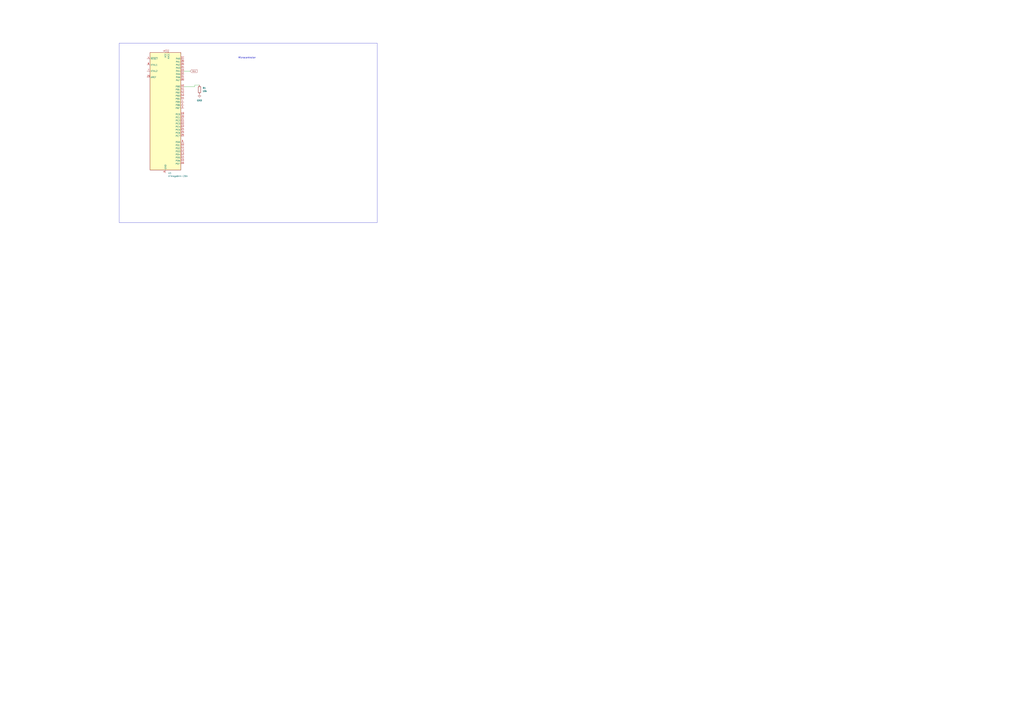
<source format=kicad_sch>
(kicad_sch (version 20230121) (generator eeschema)
  (paper "A1")
  (lib_symbols
    (symbol "Device:R" (pin_numbers hide) (pin_names (offset 0))
      (property "Reference" "R" (at 2.032 0 90))
      (property "Value" "R" (at 0 0 90))
      (symbol "R_0_1"
        (rectangle (start -1.016 -2.54) (end 1.016 2.54) (stroke (width 0.254)))
      )
      (symbol "R_1_1"
        (pin passive line (at 0 3.81 270) (length 1.27) (name "~") (number "1"))
        (pin passive line (at 0 -3.81 90) (length 1.27) (name "~") (number "2"))
      )
    )
    (symbol "MCU_Microchip_ATmega:ATmega644-20A"
      (property "Reference" "U" (at -12.7 49.53 0))
      (property "Value" "ATmega644-20A" (at 2.54 -49.53 0))
      (symbol "ATmega644-20A_0_1"
        (rectangle (start -12.7 -48.26) (end 12.7 48.26) (stroke (width 0.254)) (fill (type background)))
      )
      (symbol "ATmega644-20A_1_1"
        (pin bidirectional line (at 15.24 7.62 180) (length 2.54) (name "PB5") (number "1"))
        (pin bidirectional line (at 15.24 -27.94 180) (length 2.54) (name "PD1") (number "10"))
        (pin bidirectional line (at 15.24 -30.48 180) (length 2.54) (name "PD2") (number "11"))
        (pin bidirectional line (at 15.24 -33.02 180) (length 2.54) (name "PD3") (number "12"))
        (pin bidirectional line (at 15.24 -35.56 180) (length 2.54) (name "PD4") (number "13"))
        (pin bidirectional line (at 15.24 -38.1 180) (length 2.54) (name "PD5") (number "14"))
        (pin bidirectional line (at 15.24 -40.64 180) (length 2.54) (name "PD6") (number "15"))
        (pin bidirectional line (at 15.24 -43.18 180) (length 2.54) (name "PD7") (number "16"))
        (pin passive line (at 0 50.8 270) (length 2.54) hide (name "VCC") (number "17"))
        (pin passive line (at 0 -50.8 90) (length 2.54) hide (name "GND") (number "18"))
        (pin bidirectional line (at 15.24 -2.54 180) (length 2.54) (name "PC0") (number "19"))
        (pin bidirectional line (at 15.24 5.08 180) (length 2.54) (name "PB6") (number "2"))
        (pin bidirectional line (at 15.24 -5.08 180) (length 2.54) (name "PC1") (number "20"))
        (pin bidirectional line (at 15.24 -7.62 180) (length 2.54) (name "PC2") (number "21"))
        (pin bidirectional line (at 15.24 -10.16 180) (length 2.54) (name "PC3") (number "22"))
        (pin bidirectional line (at 15.24 -12.7 180) (length 2.54) (name "PC4") (number "23"))
        (pin bidirectional line (at 15.24 -15.24 180) (length 2.54) (name "PC5") (number "24"))
        (pin bidirectional line (at 15.24 -17.78 180) (length 2.54) (name "PC6") (number "25"))
        (pin bidirectional line (at 15.24 -20.32 180) (length 2.54) (name "PC7") (number "26"))
        (pin power_in line (at 2.54 50.8 270) (length 2.54) (name "AVCC") (number "27"))
        (pin passive line (at 0 -50.8 90) (length 2.54) hide (name "GND") (number "28"))
        (pin passive line (at -15.24 27.94 0) (length 2.54) (name "AREF") (number "29"))
        (pin bidirectional line (at 15.24 2.54 180) (length 2.54) (name "PB7") (number "3"))
        (pin bidirectional line (at 15.24 25.4 180) (length 2.54) (name "PA7") (number "30"))
        (pin bidirectional line (at 15.24 27.94 180) (length 2.54) (name "PA6") (number "31"))
        (pin bidirectional line (at 15.24 30.48 180) (length 2.54) (name "PA5") (number "32"))
        (pin bidirectional line (at 15.24 33.02 180) (length 2.54) (name "PA4") (number "33"))
        (pin bidirectional line (at 15.24 35.56 180) (length 2.54) (name "PA3") (number "34"))
        (pin bidirectional line (at 15.24 38.1 180) (length 2.54) (name "PA2") (number "35"))
        (pin bidirectional line (at 15.24 40.64 180) (length 2.54) (name "PA1") (number "36"))
        (pin bidirectional line (at 15.24 43.18 180) (length 2.54) (name "PA0") (number "37"))
        (pin passive line (at 0 50.8 270) (length 2.54) hide (name "VCC") (number "38"))
        (pin passive line (at 0 -50.8 90) (length 2.54) hide (name "GND") (number "39"))
        (pin input line (at -15.24 43.18 0) (length 2.54) (name "~{RESET}") (number "4"))
        (pin bidirectional line (at 15.24 20.32 180) (length 2.54) (name "PB0") (number "40"))
        (pin bidirectional line (at 15.24 17.78 180) (length 2.54) (name "PB1") (number "41"))
        (pin bidirectional line (at 15.24 15.24 180) (length 2.54) (name "PB2") (number "42"))
        (pin bidirectional line (at 15.24 12.7 180) (length 2.54) (name "PB3") (number "43"))
        (pin bidirectional line (at 15.24 10.16 180) (length 2.54) (name "PB4") (number "44"))
        (pin power_in line (at 0 50.8 270) (length 2.54) (name "VCC") (number "5"))
        (pin power_in line (at 0 -50.8 90) (length 2.54) (name "GND") (number "6"))
        (pin output line (at -15.24 33.02 0) (length 2.54) (name "XTAL2") (number "7"))
        (pin input line (at -15.24 38.1 0) (length 2.54) (name "XTAL1") (number "8"))
        (pin bidirectional line (at 15.24 -25.4 180) (length 2.54) (name "PD0") (number "9"))
      )
    )
    (symbol "power:GND" (power) (pin_names (offset 0))
      (property "Value" "GND" (at 0 -3.81 0))
      (symbol "GND_0_1"
        (polyline (pts (xy 0 0) (xy 0 -1.27) (xy 1.27 -1.27) (xy 0 -2.54) (xy -1.27 -1.27) (xy 0 -1.27)))
      )
      (symbol "GND_1_1"
        (pin power_in line (at 0 0 270) (length 0) hide (name "GND") (number "1"))
      )
    )
  )
  (wire (pts (xy 151.13 71.12) (xy 160.02 71.12)))
  (wire (pts (xy 160.02 69.85) (xy 163.83 69.85)))
  (wire (pts (xy 151.13 58.42) (xy 156.21 58.42)))
  (wire (pts (xy 160.02 71.12) (xy 160.02 69.85)))
  (rectangle (start 97.79 35.56) (end 309.88 182.88))
  (text "Microcontroller" (at 195.58 48.26 0) (effects (font (size 1.27 1.27)) (justify left bottom)))
  (global_label "Vcc" (shape input) (at 156.21 58.42 0) (property "Intersheetrefs" "${INTERSHEET_REFS}" (effects hide)))
  (symbol (lib_id "MCU_Microchip_ATmega:ATmega644-20A") (at 135.89 91.44 0) (unit 1)
    (property "Reference" "U1" (at 138.0841 142.24 0) (effects (justify left)))
    (property "Value" "ATmega644-20A" (at 138.0841 144.78 0) (effects (justify left)))
    (property "Footprint" "Package_QFP:TQFP-44_10x10mm_P0.8mm" (effects hide))
    (property "Datasheet" "http://ww1.microchip.com/downloads/en/DeviceDoc/doc2593.pdf" (effects hide))
  )
  (symbol (lib_id "Device:R") (at 163.83 73.66 0) (unit 1)
    (property "Reference" "R1" (at 166.37 72.39 0) (effects (justify left)))
    (property "Value" "10k" (at 166.37 74.93 0) (effects (justify left)))
    (property "Footprint" "Resistor_SMD:R_0805_2012Metric" (effects hide))
  )
  (symbol (lib_id "power:GND") (at 163.83 77.47 0) (unit 1)
    (property "Reference" "#PWR01" (effects hide))
    (property "Value" "GND" (at 163.83 82.55 0))
  )
)
</source>
